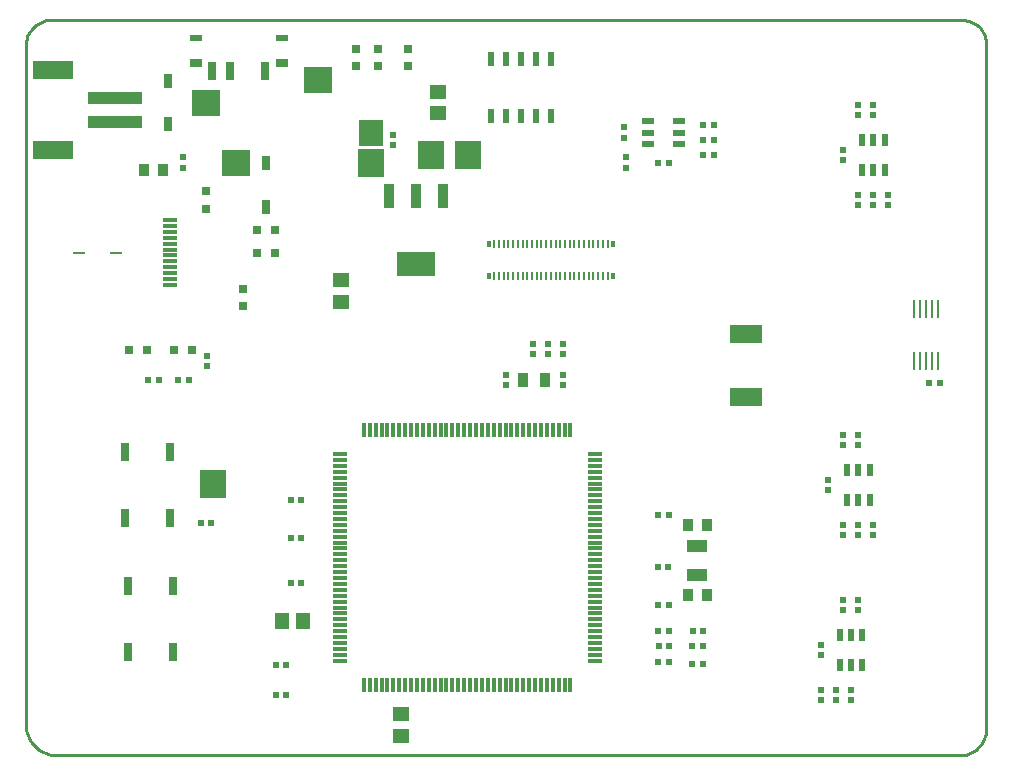
<source format=gbr>
G04 EAGLE Gerber RS-274X export*
G75*
%MOMM*%
%FSLAX34Y34*%
%LPD*%
%INSolderpaste Top*%
%IPPOS*%
%AMOC8*
5,1,8,0,0,1.08239X$1,22.5*%
G01*
%ADD10R,0.900000X1.300000*%
%ADD11R,0.300000X1.200000*%
%ADD12R,1.200000X0.300000*%
%ADD13R,0.500000X0.500000*%
%ADD14R,0.950000X1.000000*%
%ADD15R,1.800000X1.000000*%
%ADD16R,0.950000X2.150000*%
%ADD17R,3.250000X2.150000*%
%ADD18R,1.450000X1.150000*%
%ADD19R,2.235200X2.489200*%
%ADD20R,0.620000X0.620000*%
%ADD21R,2.794000X1.498600*%
%ADD22R,0.279400X1.574800*%
%ADD23R,0.508000X1.270000*%
%ADD24R,4.600000X1.000000*%
%ADD25R,3.400000X1.600000*%
%ADD26R,0.700000X1.200000*%
%ADD27R,0.700000X1.500000*%
%ADD28R,1.000000X0.600000*%
%ADD29R,1.000000X0.800000*%
%ADD30R,2.057400X2.235200*%
%ADD31R,1.150000X1.450000*%
%ADD32R,0.762000X1.524000*%
%ADD33R,0.800000X0.800000*%
%ADD34R,1.000000X0.200000*%
%ADD35R,2.489200X2.235200*%
%ADD36R,1.100000X0.600000*%
%ADD37R,0.600000X1.100000*%
%ADD38R,0.230000X0.660000*%
%ADD39R,0.299200X0.609200*%
%ADD40C,0.254000*%


D10*
X210922Y317246D03*
X191922Y317246D03*
D11*
X57534Y59386D03*
X62534Y59386D03*
X67534Y59386D03*
X72534Y59386D03*
X77534Y59386D03*
X82534Y59386D03*
X87534Y59386D03*
X92534Y59386D03*
X97534Y59386D03*
X102534Y59386D03*
X107534Y59386D03*
X112534Y59386D03*
X117534Y59386D03*
X122534Y59386D03*
X127534Y59386D03*
X132534Y59386D03*
X137534Y59386D03*
X142534Y59386D03*
X147534Y59386D03*
X152534Y59386D03*
X157534Y59386D03*
X162534Y59386D03*
X167534Y59386D03*
X172534Y59386D03*
X177534Y59386D03*
X182534Y59386D03*
X187534Y59386D03*
X192534Y59386D03*
X197534Y59386D03*
X202534Y59386D03*
X207534Y59386D03*
X212534Y59386D03*
X217534Y59386D03*
X222534Y59386D03*
X227534Y59386D03*
X232534Y59386D03*
D12*
X253034Y79886D03*
X253034Y84886D03*
X253034Y89886D03*
X253034Y94886D03*
X253034Y99886D03*
X253034Y104886D03*
X253034Y109886D03*
X253034Y114886D03*
X253034Y119886D03*
X253034Y124886D03*
X253034Y129886D03*
X253034Y134886D03*
X253034Y139886D03*
X253034Y144886D03*
X253034Y149886D03*
X253034Y154886D03*
X253034Y159886D03*
X253034Y164886D03*
X253034Y169886D03*
X253034Y174886D03*
X253034Y179886D03*
X253034Y184886D03*
X253034Y189886D03*
X253034Y194886D03*
X253034Y199886D03*
X253034Y204886D03*
X253034Y209886D03*
X253034Y214886D03*
X253034Y219886D03*
X253034Y224886D03*
X253034Y229886D03*
X253034Y234886D03*
X253034Y239886D03*
X253034Y244886D03*
X253034Y249886D03*
X253034Y254886D03*
D11*
X232534Y275386D03*
X227534Y275386D03*
X222534Y275386D03*
X217534Y275386D03*
X212534Y275386D03*
X207534Y275386D03*
X202534Y275386D03*
X197534Y275386D03*
X192534Y275386D03*
X187534Y275386D03*
X182534Y275386D03*
X177534Y275386D03*
X172534Y275386D03*
X167534Y275386D03*
X162534Y275386D03*
X157534Y275386D03*
X152534Y275386D03*
X147534Y275386D03*
X142534Y275386D03*
X137534Y275386D03*
X132534Y275386D03*
X127534Y275386D03*
X122534Y275386D03*
X117534Y275386D03*
X112534Y275386D03*
X107534Y275386D03*
X102534Y275386D03*
X97534Y275386D03*
X92534Y275386D03*
X87534Y275386D03*
X82534Y275386D03*
X77534Y275386D03*
X72534Y275386D03*
X67534Y275386D03*
X62534Y275386D03*
X57534Y275386D03*
D12*
X37034Y254886D03*
X37034Y249886D03*
X37034Y244886D03*
X37034Y239886D03*
X37034Y234886D03*
X37034Y229886D03*
X37034Y224886D03*
X37034Y219886D03*
X37034Y214886D03*
X37034Y209886D03*
X37034Y204886D03*
X37034Y199886D03*
X37034Y194886D03*
X37034Y189886D03*
X37034Y184886D03*
X37034Y179886D03*
X37034Y174886D03*
X37034Y169886D03*
X37034Y164886D03*
X37034Y159886D03*
X37034Y154886D03*
X37034Y149886D03*
X37034Y144886D03*
X37034Y139886D03*
X37034Y134886D03*
X37034Y129886D03*
X37034Y124886D03*
X37034Y119886D03*
X37034Y114886D03*
X37034Y109886D03*
X37034Y104886D03*
X37034Y99886D03*
X37034Y94886D03*
X37034Y89886D03*
X37034Y84886D03*
X37034Y79886D03*
D13*
X315904Y78486D03*
X306904Y78486D03*
D14*
X332360Y194564D03*
X348360Y194564D03*
X331852Y135128D03*
X347852Y135128D03*
D15*
X339852Y152346D03*
X339852Y177346D03*
D13*
X306904Y104902D03*
X315904Y104902D03*
X307158Y91948D03*
X316158Y91948D03*
D16*
X124600Y473500D03*
X101600Y473500D03*
X78600Y473500D03*
D17*
X101600Y415500D03*
D18*
X38608Y401938D03*
X38608Y383938D03*
D19*
X63500Y501650D03*
D18*
X120650Y543450D03*
X120650Y561450D03*
D20*
X82550Y525200D03*
X82550Y516200D03*
D21*
X381000Y303530D03*
X381000Y356870D03*
D19*
X114300Y508000D03*
D22*
X543400Y377600D03*
X538400Y377600D03*
X533400Y377600D03*
X528400Y377600D03*
X523400Y377600D03*
X523400Y333600D03*
X528400Y333600D03*
X533400Y333600D03*
X538400Y333600D03*
X543400Y333600D03*
D20*
X536012Y314706D03*
X545012Y314706D03*
D23*
X215900Y589280D03*
X215900Y541020D03*
X203200Y589280D03*
X203200Y541020D03*
X190500Y589280D03*
X190500Y541020D03*
X177800Y589280D03*
X177800Y541020D03*
X165100Y589280D03*
X165100Y541020D03*
D13*
X-8200Y76200D03*
X-17200Y76200D03*
X-8200Y50800D03*
X-17200Y50800D03*
D24*
X-153500Y536100D03*
X-153500Y556100D03*
D25*
X-205500Y512100D03*
X-205500Y580100D03*
D26*
X-107950Y533950D03*
X-107950Y570950D03*
D27*
X-70760Y579400D03*
X-55760Y579400D03*
X-25760Y579400D03*
D28*
X-84760Y606900D03*
D29*
X-84760Y585900D03*
D28*
X-11760Y606900D03*
D29*
X-11760Y585900D03*
D19*
X146050Y508000D03*
D30*
X63373Y527050D03*
D18*
X88900Y34400D03*
X88900Y16400D03*
D31*
X6206Y113284D03*
X-11794Y113284D03*
D20*
X226060Y313000D03*
X226060Y322000D03*
X177800Y313000D03*
X177800Y322000D03*
X306650Y127000D03*
X315650Y127000D03*
X4500Y146050D03*
X-4500Y146050D03*
X4500Y184150D03*
X-4500Y184150D03*
X306650Y203200D03*
X315650Y203200D03*
X4500Y215900D03*
X-4500Y215900D03*
X344606Y91948D03*
X335606Y91948D03*
X344860Y105410D03*
X335860Y105410D03*
X344606Y77216D03*
X335606Y77216D03*
X225806Y339162D03*
X225806Y348162D03*
X213106Y339162D03*
X213106Y348162D03*
X200406Y339162D03*
X200406Y348162D03*
D13*
X306396Y159512D03*
X315396Y159512D03*
D32*
X-144526Y200914D03*
X-144526Y256794D03*
X-106426Y200914D03*
X-106426Y256794D03*
D20*
X-71700Y196850D03*
X-80700Y196850D03*
D14*
X-112650Y495300D03*
X-128650Y495300D03*
D33*
X-32900Y425450D03*
X-17900Y425450D03*
X-32900Y444500D03*
X-17900Y444500D03*
D34*
X-152400Y425450D03*
X-183400Y425450D03*
D12*
X-106600Y452950D03*
X-106600Y447950D03*
X-106600Y442950D03*
X-106600Y437950D03*
X-106600Y432950D03*
X-106600Y427950D03*
X-106600Y422950D03*
X-106600Y417950D03*
X-106600Y412950D03*
X-106600Y407950D03*
X-106600Y402950D03*
X-106600Y397950D03*
D33*
X-76200Y477400D03*
X-76200Y462400D03*
X-44450Y379850D03*
X-44450Y394850D03*
D20*
X-95250Y497150D03*
X-95250Y506150D03*
D35*
X-76200Y552450D03*
X-50800Y501650D03*
D36*
X324150Y536550D03*
X324150Y527050D03*
X324150Y517550D03*
X298150Y517550D03*
X298150Y527050D03*
X298150Y536550D03*
D13*
X279400Y497150D03*
X279400Y506150D03*
X278130Y531804D03*
X278130Y522804D03*
X344750Y533400D03*
X353750Y533400D03*
X315650Y501650D03*
X306650Y501650D03*
X353750Y508000D03*
X344750Y508000D03*
D20*
X353750Y520700D03*
X344750Y520700D03*
D37*
X498450Y495000D03*
X488950Y495000D03*
X479450Y495000D03*
X479450Y521000D03*
X488950Y521000D03*
X498450Y521000D03*
D13*
X476250Y550600D03*
X476250Y541600D03*
X488950Y550600D03*
X488950Y541600D03*
X501650Y474400D03*
X501650Y465400D03*
X463550Y503500D03*
X463550Y512500D03*
X476250Y465400D03*
X476250Y474400D03*
D20*
X488950Y465400D03*
X488950Y474400D03*
D37*
X485750Y215600D03*
X476250Y215600D03*
X466750Y215600D03*
X466750Y241600D03*
X476250Y241600D03*
X485750Y241600D03*
D13*
X463550Y262200D03*
X463550Y271200D03*
X476250Y262200D03*
X476250Y271200D03*
X488950Y195000D03*
X488950Y186000D03*
X450850Y224100D03*
X450850Y233100D03*
X463550Y195000D03*
X463550Y186000D03*
D20*
X476250Y186000D03*
X476250Y195000D03*
D37*
X479400Y75900D03*
X469900Y75900D03*
X460400Y75900D03*
X460400Y101900D03*
X469900Y101900D03*
X479400Y101900D03*
D13*
X463550Y131500D03*
X463550Y122500D03*
X476250Y131500D03*
X476250Y122500D03*
X469900Y55300D03*
X469900Y46300D03*
X444500Y84400D03*
X444500Y93400D03*
X444500Y46300D03*
X444500Y55300D03*
D20*
X457200Y46300D03*
X457200Y55300D03*
D32*
X-103632Y142748D03*
X-103632Y86868D03*
X-141732Y142748D03*
X-141732Y86868D03*
D19*
X-70104Y229616D03*
D38*
X167900Y432650D03*
X167900Y405550D03*
X171900Y432650D03*
X171900Y405550D03*
X175900Y432650D03*
X175900Y405550D03*
X179900Y432650D03*
X179900Y405550D03*
X183900Y432650D03*
X183900Y405550D03*
X187900Y432650D03*
X187900Y405550D03*
X191900Y432650D03*
X191900Y405550D03*
X195900Y432650D03*
X195900Y405550D03*
X199900Y432650D03*
X199900Y405550D03*
X203900Y432650D03*
X203900Y405550D03*
X207900Y432650D03*
X207900Y405550D03*
X211900Y432650D03*
X211900Y405550D03*
X215900Y432650D03*
X215900Y405550D03*
X219900Y432650D03*
X219900Y405550D03*
X223900Y432650D03*
X223900Y405550D03*
X227900Y432650D03*
X227900Y405550D03*
X231900Y432650D03*
X231900Y405550D03*
X235900Y432650D03*
X235900Y405550D03*
X239900Y432650D03*
X239900Y405550D03*
X243900Y432650D03*
X243900Y405550D03*
X247900Y432650D03*
X247900Y405550D03*
X251900Y432650D03*
X251900Y405550D03*
D39*
X268650Y432650D03*
X268650Y405550D03*
X163150Y432650D03*
X163150Y405550D03*
D38*
X255900Y432650D03*
X255900Y405550D03*
X259900Y432650D03*
X259900Y405550D03*
X263900Y432650D03*
X263900Y405550D03*
D33*
X95250Y598050D03*
X95250Y583050D03*
X69850Y598050D03*
X69850Y583050D03*
X50800Y598050D03*
X50800Y583050D03*
D26*
X-25400Y501100D03*
X-25400Y464100D03*
D33*
X-87750Y342900D03*
X-102750Y342900D03*
D13*
X-99750Y317500D03*
X-90750Y317500D03*
D33*
X-125850Y342900D03*
X-140850Y342900D03*
D13*
X-125150Y317500D03*
X-116150Y317500D03*
D35*
X19050Y571500D03*
D13*
X-75438Y338002D03*
X-75438Y329002D03*
D40*
X-228600Y25400D02*
X-228503Y23186D01*
X-228214Y20989D01*
X-227735Y18826D01*
X-227068Y16713D01*
X-226220Y14666D01*
X-225197Y12700D01*
X-224006Y10831D01*
X-222658Y9073D01*
X-221161Y7440D01*
X-219527Y5942D01*
X-217769Y4594D01*
X-215900Y3403D01*
X-213935Y2380D01*
X-211887Y1532D01*
X-209774Y865D01*
X-207611Y386D01*
X-205414Y97D01*
X-203200Y0D01*
X565150Y0D01*
X567075Y361D01*
X568961Y889D01*
X570794Y1579D01*
X572560Y2426D01*
X574245Y3424D01*
X575837Y4565D01*
X577324Y5840D01*
X578693Y7241D01*
X579936Y8755D01*
X581041Y10371D01*
X582002Y12078D01*
X582810Y13862D01*
X583460Y15710D01*
X583946Y17607D01*
X584264Y19540D01*
X584414Y21492D01*
X584392Y23451D01*
X584200Y25400D01*
X584200Y601980D01*
X584180Y603698D01*
X584011Y605408D01*
X583694Y607097D01*
X583230Y608751D01*
X582624Y610359D01*
X581880Y611908D01*
X581004Y613386D01*
X580003Y614782D01*
X578883Y616085D01*
X577655Y617286D01*
X576326Y618376D01*
X574907Y619345D01*
X573410Y620187D01*
X571844Y620896D01*
X570223Y621465D01*
X568559Y621891D01*
X566863Y622170D01*
X565150Y622300D01*
X-209550Y622300D01*
X-211475Y621939D01*
X-213361Y621411D01*
X-215194Y620721D01*
X-216960Y619874D01*
X-218645Y618876D01*
X-220237Y617735D01*
X-221724Y616460D01*
X-223093Y615060D01*
X-224336Y613545D01*
X-225441Y611929D01*
X-226402Y610222D01*
X-227210Y608438D01*
X-227860Y606590D01*
X-228346Y604693D01*
X-228664Y602760D01*
X-228814Y600808D01*
X-228792Y598849D01*
X-228600Y596900D01*
X-228600Y25400D01*
M02*

</source>
